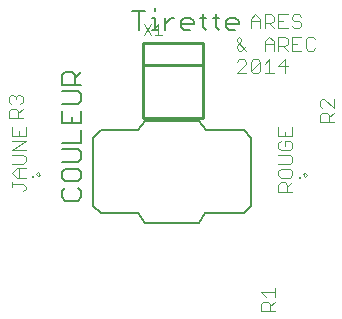
<source format=gto>
G75*
%MOIN*%
%OFA0B0*%
%FSLAX24Y24*%
%IPPOS*%
%LPD*%
%AMOC8*
5,1,8,0,0,1.08239X$1,22.5*
%
%ADD10C,0.0060*%
%ADD11C,0.0040*%
%ADD12C,0.0100*%
%ADD13C,0.0070*%
%ADD14C,0.0025*%
%ADD15C,0.0098*%
D10*
X003761Y004675D02*
X005011Y004675D01*
X005241Y004355D01*
X007041Y004355D01*
X007251Y004675D01*
X008521Y004675D01*
X008771Y004925D01*
X008771Y007185D01*
X008521Y007435D01*
X007271Y007435D01*
X007041Y007755D01*
X005241Y007755D01*
X005011Y007435D01*
X003761Y007435D01*
X003511Y007185D01*
X003511Y004925D01*
X003761Y004675D01*
X005030Y010762D02*
X005030Y011402D01*
X004817Y011402D02*
X005244Y011402D01*
X005461Y011189D02*
X005568Y011189D01*
X005568Y010762D01*
X005461Y010762D02*
X005675Y010762D01*
X005891Y010762D02*
X005891Y011189D01*
X005891Y010975D02*
X006105Y011189D01*
X006211Y011189D01*
X006428Y011082D02*
X006535Y011189D01*
X006749Y011189D01*
X006855Y011082D01*
X006855Y010975D01*
X006428Y010975D01*
X006428Y010869D02*
X006428Y011082D01*
X006428Y010869D02*
X006535Y010762D01*
X006749Y010762D01*
X007180Y010869D02*
X007286Y010762D01*
X007180Y010869D02*
X007180Y011296D01*
X007286Y011189D02*
X007073Y011189D01*
X007503Y011189D02*
X007716Y011189D01*
X007609Y011296D02*
X007609Y010869D01*
X007716Y010762D01*
X007932Y010869D02*
X007932Y011082D01*
X008039Y011189D01*
X008253Y011189D01*
X008359Y011082D01*
X008359Y010975D01*
X007932Y010975D01*
X007932Y010869D02*
X008039Y010762D01*
X008253Y010762D01*
X005568Y011402D02*
X005568Y011509D01*
D11*
X005677Y010978D02*
X005677Y010618D01*
X005557Y010618D02*
X005797Y010618D01*
X005557Y010858D02*
X005677Y010978D01*
X005429Y010978D02*
X005189Y010618D01*
X005429Y010618D02*
X005189Y010978D01*
X008301Y010474D02*
X008301Y010397D01*
X008608Y010090D01*
X008608Y010243D02*
X008454Y010090D01*
X008377Y010090D01*
X008301Y010167D01*
X008301Y010243D01*
X008454Y010397D01*
X008454Y010474D01*
X008377Y010550D01*
X008301Y010474D01*
X008761Y010840D02*
X008761Y011147D01*
X008914Y011300D01*
X009068Y011147D01*
X009068Y010840D01*
X009221Y010840D02*
X009221Y011300D01*
X009452Y011300D01*
X009528Y011224D01*
X009528Y011070D01*
X009452Y010993D01*
X009221Y010993D01*
X009375Y010993D02*
X009528Y010840D01*
X009682Y010840D02*
X009989Y010840D01*
X010142Y010917D02*
X010219Y010840D01*
X010372Y010840D01*
X010449Y010917D01*
X010449Y010993D01*
X010372Y011070D01*
X010219Y011070D01*
X010142Y011147D01*
X010142Y011224D01*
X010219Y011300D01*
X010372Y011300D01*
X010449Y011224D01*
X009989Y011300D02*
X009682Y011300D01*
X009682Y010840D01*
X009682Y011070D02*
X009835Y011070D01*
X009912Y010550D02*
X009682Y010550D01*
X009682Y010090D01*
X009682Y010243D02*
X009912Y010243D01*
X009989Y010320D01*
X009989Y010474D01*
X009912Y010550D01*
X010142Y010550D02*
X010142Y010090D01*
X010449Y010090D01*
X010603Y010167D02*
X010679Y010090D01*
X010833Y010090D01*
X010910Y010167D01*
X010910Y010474D02*
X010833Y010550D01*
X010679Y010550D01*
X010603Y010474D01*
X010603Y010167D01*
X010296Y010320D02*
X010142Y010320D01*
X010142Y010550D02*
X010449Y010550D01*
X009989Y010090D02*
X009835Y010243D01*
X009528Y010320D02*
X009221Y010320D01*
X009221Y010397D02*
X009375Y010550D01*
X009528Y010397D01*
X009528Y010090D01*
X009221Y010090D02*
X009221Y010397D01*
X009375Y009800D02*
X009375Y009340D01*
X009528Y009340D02*
X009221Y009340D01*
X009068Y009417D02*
X008991Y009340D01*
X008838Y009340D01*
X008761Y009417D01*
X009068Y009724D01*
X009068Y009417D01*
X009221Y009647D02*
X009375Y009800D01*
X009068Y009724D02*
X008991Y009800D01*
X008838Y009800D01*
X008761Y009724D01*
X008761Y009417D01*
X008608Y009340D02*
X008301Y009340D01*
X008608Y009647D01*
X008608Y009724D01*
X008531Y009800D01*
X008377Y009800D01*
X008301Y009724D01*
X008761Y011070D02*
X009068Y011070D01*
X009912Y009800D02*
X009682Y009570D01*
X009989Y009570D01*
X009912Y009340D02*
X009912Y009800D01*
X011139Y008476D02*
X011062Y008400D01*
X011062Y008246D01*
X011139Y008169D01*
X011139Y008016D02*
X011293Y008016D01*
X011369Y007939D01*
X011369Y007709D01*
X011523Y007709D02*
X011062Y007709D01*
X011062Y007939D01*
X011139Y008016D01*
X011369Y007862D02*
X011523Y008016D01*
X011523Y008169D02*
X011216Y008476D01*
X011139Y008476D01*
X011523Y008476D02*
X011523Y008169D01*
X010141Y007538D02*
X010141Y007231D01*
X009681Y007231D01*
X009681Y007538D01*
X009911Y007385D02*
X009911Y007231D01*
X009911Y007078D02*
X009911Y006924D01*
X009911Y007078D02*
X010064Y007078D01*
X010141Y007001D01*
X010141Y006848D01*
X010064Y006771D01*
X009757Y006771D01*
X009681Y006848D01*
X009681Y007001D01*
X009757Y007078D01*
X009681Y006617D02*
X010064Y006617D01*
X010141Y006541D01*
X010141Y006387D01*
X010064Y006310D01*
X009681Y006310D01*
X009757Y006157D02*
X009681Y006080D01*
X009681Y005927D01*
X009757Y005850D01*
X010064Y005850D01*
X010141Y005927D01*
X010141Y006080D01*
X010064Y006157D01*
X009757Y006157D01*
X009757Y005697D02*
X009911Y005697D01*
X009987Y005620D01*
X009987Y005390D01*
X009987Y005543D02*
X010141Y005697D01*
X010141Y005390D02*
X009681Y005390D01*
X009681Y005620D01*
X009757Y005697D01*
X009570Y002183D02*
X009570Y001876D01*
X009570Y001723D02*
X009417Y001569D01*
X009417Y001646D02*
X009417Y001416D01*
X009570Y001416D02*
X009110Y001416D01*
X009110Y001646D01*
X009186Y001723D01*
X009340Y001723D01*
X009417Y001646D01*
X009263Y001876D02*
X009110Y002030D01*
X009570Y002030D01*
X001263Y005474D02*
X001263Y005551D01*
X001186Y005628D01*
X000803Y005628D01*
X000803Y005704D02*
X000803Y005551D01*
X000956Y005858D02*
X000803Y006011D01*
X000956Y006165D01*
X001263Y006165D01*
X001186Y006318D02*
X001263Y006395D01*
X001263Y006548D01*
X001186Y006625D01*
X000803Y006625D01*
X000803Y006779D02*
X001263Y007086D01*
X000803Y007086D01*
X000803Y007239D02*
X001263Y007239D01*
X001263Y007546D01*
X001033Y007393D02*
X001033Y007239D01*
X000803Y007239D02*
X000803Y007546D01*
X000696Y007850D02*
X000696Y008080D01*
X000773Y008157D01*
X000926Y008157D01*
X001003Y008080D01*
X001003Y007850D01*
X001157Y007850D02*
X000696Y007850D01*
X001003Y008004D02*
X001157Y008157D01*
X001080Y008311D02*
X001157Y008387D01*
X001157Y008541D01*
X001080Y008618D01*
X001003Y008618D01*
X000926Y008541D01*
X000926Y008464D01*
X000926Y008541D02*
X000850Y008618D01*
X000773Y008618D01*
X000696Y008541D01*
X000696Y008387D01*
X000773Y008311D01*
X000803Y006779D02*
X001263Y006779D01*
X001186Y006318D02*
X000803Y006318D01*
X001033Y006165D02*
X001033Y005858D01*
X000956Y005858D02*
X001263Y005858D01*
X001263Y005474D02*
X001186Y005397D01*
D12*
X005169Y007848D02*
X005169Y009598D01*
X007169Y009598D01*
X007169Y007848D01*
X005169Y007848D01*
X005169Y009598D02*
X005169Y010348D01*
X007169Y010348D01*
X007169Y009598D01*
D13*
X003106Y009377D02*
X002896Y009167D01*
X002896Y009272D02*
X002896Y008957D01*
X003106Y008957D02*
X002476Y008957D01*
X002476Y009272D01*
X002581Y009377D01*
X002791Y009377D01*
X002896Y009272D01*
X003001Y008733D02*
X002476Y008733D01*
X002476Y008312D02*
X003001Y008312D01*
X003106Y008417D01*
X003106Y008628D01*
X003001Y008733D01*
X003106Y008088D02*
X003106Y007668D01*
X002476Y007668D01*
X002476Y008088D01*
X002791Y007878D02*
X002791Y007668D01*
X003106Y007444D02*
X003106Y007023D01*
X002476Y007023D01*
X002476Y006799D02*
X003001Y006799D01*
X003106Y006694D01*
X003106Y006484D01*
X003001Y006379D01*
X002476Y006379D01*
X002581Y006155D02*
X002476Y006049D01*
X002476Y005839D01*
X002581Y005734D01*
X003001Y005734D01*
X003106Y005839D01*
X003106Y006049D01*
X003001Y006155D01*
X002581Y006155D01*
X002581Y005510D02*
X002476Y005405D01*
X002476Y005195D01*
X002581Y005090D01*
X003001Y005090D01*
X003106Y005195D01*
X003106Y005405D01*
X003001Y005510D01*
D14*
X001746Y005958D02*
X001687Y005899D01*
X001618Y005968D01*
X001677Y006027D01*
X001746Y005958D01*
X010496Y005960D02*
X010555Y006019D01*
X010624Y005950D01*
X010564Y005891D01*
X010496Y005960D01*
D15*
X010397Y005852D03*
X001519Y005860D03*
M02*

</source>
